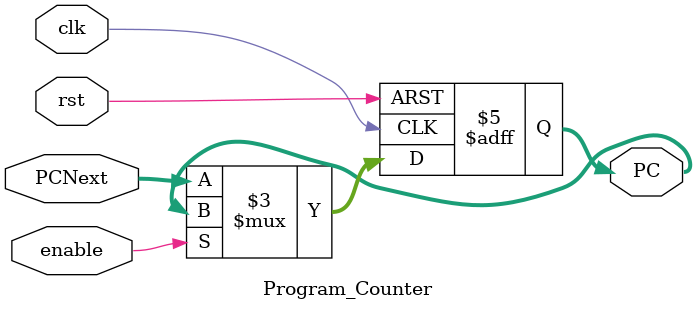
<source format=v>
`timescale 1ns / 1ps

module Program_Counter(
    input clk, rst, enable,
    input [31:0] PCNext,
    output reg [31:0] PC
);

    always @(posedge clk, posedge rst) begin        
        if (rst)
            PC <= 32'b0;
        else if (!enable) 
            PC <= PCNext;
    end

endmodule

</source>
